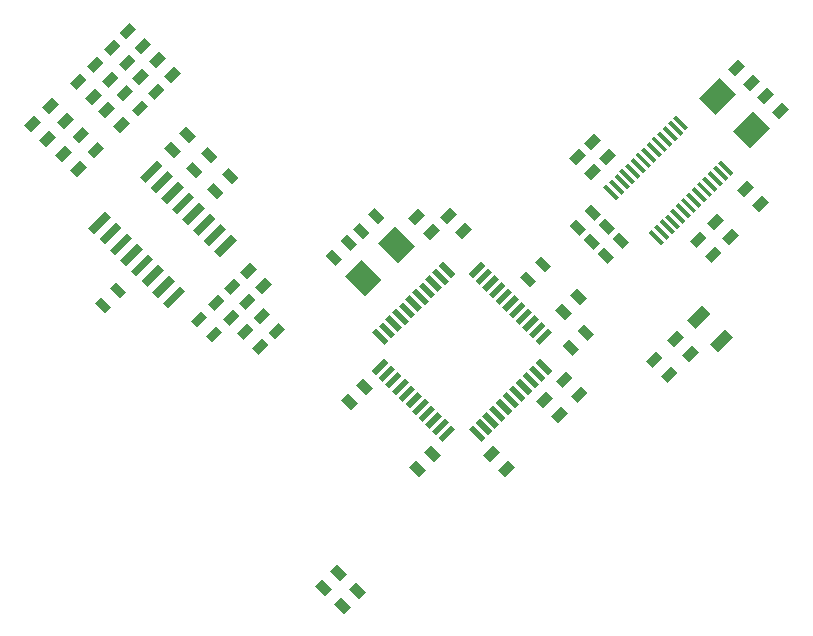
<source format=gtp>
G75*
%MOIN*%
%OFA0B0*%
%FSLAX25Y25*%
%IPPOS*%
%LPD*%
%AMOC8*
5,1,8,0,0,1.08239X$1,22.5*
%
%ADD10R,0.03150X0.04724*%
%ADD11R,0.05906X0.01969*%
%ADD12R,0.01969X0.05906*%
%ADD13R,0.01378X0.05906*%
%ADD14R,0.07874X0.09449*%
%ADD15R,0.02600X0.08000*%
%ADD16R,0.03937X0.07087*%
D10*
G36*
X0156124Y0059796D02*
X0158351Y0062023D01*
X0161690Y0058684D01*
X0159463Y0056457D01*
X0156124Y0059796D01*
G37*
G36*
X0161135Y0064807D02*
X0163362Y0067034D01*
X0166701Y0063695D01*
X0164474Y0061468D01*
X0161135Y0064807D01*
G37*
G36*
X0167460Y0058941D02*
X0169687Y0061168D01*
X0173026Y0057829D01*
X0170799Y0055602D01*
X0167460Y0058941D01*
G37*
G36*
X0162449Y0053930D02*
X0164676Y0056157D01*
X0168015Y0052818D01*
X0165788Y0050591D01*
X0162449Y0053930D01*
G37*
G36*
X0193069Y0098431D02*
X0190842Y0096204D01*
X0187503Y0099543D01*
X0189730Y0101770D01*
X0193069Y0098431D01*
G37*
G36*
X0198080Y0103442D02*
X0195853Y0101215D01*
X0192514Y0104554D01*
X0194741Y0106781D01*
X0198080Y0103442D01*
G37*
G36*
X0214337Y0101215D02*
X0212110Y0103442D01*
X0215449Y0106781D01*
X0217676Y0104554D01*
X0214337Y0101215D01*
G37*
G36*
X0219348Y0096204D02*
X0217121Y0098431D01*
X0220460Y0101770D01*
X0222687Y0099543D01*
X0219348Y0096204D01*
G37*
G36*
X0236986Y0114235D02*
X0234759Y0116462D01*
X0238098Y0119801D01*
X0240325Y0117574D01*
X0236986Y0114235D01*
G37*
G36*
X0231975Y0119246D02*
X0229748Y0121473D01*
X0233087Y0124812D01*
X0235314Y0122585D01*
X0231975Y0119246D01*
G37*
G36*
X0238549Y0125821D02*
X0236322Y0128048D01*
X0239661Y0131387D01*
X0241888Y0129160D01*
X0238549Y0125821D01*
G37*
G36*
X0243560Y0120810D02*
X0241333Y0123037D01*
X0244672Y0126376D01*
X0246899Y0124149D01*
X0243560Y0120810D01*
G37*
G36*
X0238685Y0139897D02*
X0240912Y0142124D01*
X0244251Y0138785D01*
X0242024Y0136558D01*
X0238685Y0139897D01*
G37*
G36*
X0243696Y0144908D02*
X0245923Y0147135D01*
X0249262Y0143796D01*
X0247035Y0141569D01*
X0243696Y0144908D01*
G37*
G36*
X0241613Y0150793D02*
X0239386Y0148566D01*
X0236047Y0151905D01*
X0238274Y0154132D01*
X0241613Y0150793D01*
G37*
G36*
X0246624Y0155804D02*
X0244397Y0153577D01*
X0241058Y0156916D01*
X0243285Y0159143D01*
X0246624Y0155804D01*
G37*
G36*
X0234931Y0166591D02*
X0232704Y0164364D01*
X0229365Y0167703D01*
X0231592Y0169930D01*
X0234931Y0166591D01*
G37*
G36*
X0229920Y0161580D02*
X0227693Y0159353D01*
X0224354Y0162692D01*
X0226581Y0164919D01*
X0229920Y0161580D01*
G37*
G36*
X0245646Y0175165D02*
X0247873Y0177392D01*
X0251212Y0174053D01*
X0248985Y0171826D01*
X0245646Y0175165D01*
G37*
G36*
X0246556Y0178706D02*
X0244329Y0176479D01*
X0240990Y0179818D01*
X0243217Y0182045D01*
X0246556Y0178706D01*
G37*
G36*
X0250657Y0180176D02*
X0252884Y0182403D01*
X0256223Y0179064D01*
X0253996Y0176837D01*
X0250657Y0180176D01*
G37*
G36*
X0255326Y0175601D02*
X0257553Y0177828D01*
X0260892Y0174489D01*
X0258665Y0172262D01*
X0255326Y0175601D01*
G37*
G36*
X0250315Y0170590D02*
X0252542Y0172817D01*
X0255881Y0169478D01*
X0253654Y0167251D01*
X0250315Y0170590D01*
G37*
G36*
X0251567Y0183717D02*
X0249340Y0181490D01*
X0246001Y0184829D01*
X0248228Y0187056D01*
X0251567Y0183717D01*
G37*
G36*
X0249157Y0200844D02*
X0251384Y0198617D01*
X0248045Y0195278D01*
X0245818Y0197505D01*
X0249157Y0200844D01*
G37*
G36*
X0254136Y0205890D02*
X0256363Y0203663D01*
X0253024Y0200324D01*
X0250797Y0202551D01*
X0254136Y0205890D01*
G37*
G36*
X0249125Y0210901D02*
X0251352Y0208674D01*
X0248013Y0205335D01*
X0245786Y0207562D01*
X0249125Y0210901D01*
G37*
G36*
X0244146Y0205855D02*
X0246373Y0203628D01*
X0243034Y0200289D01*
X0240807Y0202516D01*
X0244146Y0205855D01*
G37*
G36*
X0204978Y0175652D02*
X0202751Y0177879D01*
X0206090Y0181218D01*
X0208317Y0178991D01*
X0204978Y0175652D01*
G37*
G36*
X0199967Y0180663D02*
X0197740Y0182890D01*
X0201079Y0186229D01*
X0203306Y0184002D01*
X0199967Y0180663D01*
G37*
G36*
X0195499Y0180707D02*
X0197726Y0178480D01*
X0194387Y0175141D01*
X0192160Y0177368D01*
X0195499Y0180707D01*
G37*
G36*
X0190488Y0185718D02*
X0192715Y0183491D01*
X0189376Y0180152D01*
X0187149Y0182379D01*
X0190488Y0185718D01*
G37*
G36*
X0173735Y0183766D02*
X0175962Y0185993D01*
X0179301Y0182654D01*
X0177074Y0180427D01*
X0173735Y0183766D01*
G37*
G36*
X0168724Y0178755D02*
X0170951Y0180982D01*
X0174290Y0177643D01*
X0172063Y0175416D01*
X0168724Y0178755D01*
G37*
G36*
X0170175Y0173828D02*
X0167948Y0171601D01*
X0164609Y0174940D01*
X0166836Y0177167D01*
X0170175Y0173828D01*
G37*
G36*
X0165164Y0168817D02*
X0162937Y0166590D01*
X0159598Y0169929D01*
X0161825Y0172156D01*
X0165164Y0168817D01*
G37*
G36*
X0138291Y0157293D02*
X0136064Y0159520D01*
X0139403Y0162859D01*
X0141630Y0160632D01*
X0138291Y0157293D01*
G37*
G36*
X0132898Y0151933D02*
X0130671Y0154160D01*
X0134010Y0157499D01*
X0136237Y0155272D01*
X0132898Y0151933D01*
G37*
G36*
X0127518Y0146641D02*
X0125291Y0148868D01*
X0128630Y0152207D01*
X0130857Y0149980D01*
X0127518Y0146641D01*
G37*
G36*
X0132256Y0141915D02*
X0130029Y0144142D01*
X0133368Y0147481D01*
X0135595Y0145254D01*
X0132256Y0141915D01*
G37*
G36*
X0137267Y0136904D02*
X0135040Y0139131D01*
X0138379Y0142470D01*
X0140606Y0140243D01*
X0137267Y0136904D01*
G37*
G36*
X0142754Y0142090D02*
X0140527Y0144317D01*
X0143866Y0147656D01*
X0146093Y0145429D01*
X0142754Y0142090D01*
G37*
G36*
X0137743Y0147101D02*
X0135516Y0149328D01*
X0138855Y0152667D01*
X0141082Y0150440D01*
X0137743Y0147101D01*
G37*
G36*
X0121890Y0141047D02*
X0119663Y0143274D01*
X0123002Y0146613D01*
X0125229Y0144386D01*
X0121890Y0141047D01*
G37*
G36*
X0116879Y0146058D02*
X0114652Y0148285D01*
X0117991Y0151624D01*
X0120218Y0149397D01*
X0116879Y0146058D01*
G37*
G36*
X0122507Y0151652D02*
X0120280Y0153879D01*
X0123619Y0157218D01*
X0125846Y0154991D01*
X0122507Y0151652D01*
G37*
G36*
X0127887Y0156944D02*
X0125660Y0159171D01*
X0128999Y0162510D01*
X0131226Y0160283D01*
X0127887Y0156944D01*
G37*
G36*
X0133280Y0162304D02*
X0131053Y0164531D01*
X0134392Y0167870D01*
X0136619Y0165643D01*
X0133280Y0162304D01*
G37*
G36*
X0125796Y0190968D02*
X0123569Y0188741D01*
X0120230Y0192080D01*
X0122457Y0194307D01*
X0125796Y0190968D01*
G37*
G36*
X0130807Y0195979D02*
X0128580Y0193752D01*
X0125241Y0197091D01*
X0127468Y0199318D01*
X0130807Y0195979D01*
G37*
G36*
X0123734Y0202945D02*
X0121507Y0200718D01*
X0118168Y0204057D01*
X0120395Y0206284D01*
X0123734Y0202945D01*
G37*
G36*
X0118723Y0197934D02*
X0116496Y0195707D01*
X0113157Y0199046D01*
X0115384Y0201273D01*
X0118723Y0197934D01*
G37*
G36*
X0111416Y0204821D02*
X0109189Y0202594D01*
X0105850Y0205933D01*
X0108077Y0208160D01*
X0111416Y0204821D01*
G37*
G36*
X0116427Y0209832D02*
X0114200Y0207605D01*
X0110861Y0210944D01*
X0113088Y0213171D01*
X0116427Y0209832D01*
G37*
G36*
X0098279Y0221994D02*
X0100506Y0219767D01*
X0097167Y0216428D01*
X0094940Y0218655D01*
X0098279Y0221994D01*
G37*
G36*
X0102496Y0221948D02*
X0100269Y0224175D01*
X0103608Y0227514D01*
X0105835Y0225287D01*
X0102496Y0221948D01*
G37*
G36*
X0097485Y0226959D02*
X0095258Y0229186D01*
X0098597Y0232525D01*
X0100824Y0230298D01*
X0097485Y0226959D01*
G37*
G36*
X0093268Y0227005D02*
X0095495Y0224778D01*
X0092156Y0221439D01*
X0089929Y0223666D01*
X0093268Y0227005D01*
G37*
G36*
X0088332Y0231470D02*
X0090559Y0229243D01*
X0087220Y0225904D01*
X0084993Y0228131D01*
X0088332Y0231470D01*
G37*
G36*
X0083321Y0236481D02*
X0085548Y0234254D01*
X0082209Y0230915D01*
X0079982Y0233142D01*
X0083321Y0236481D01*
G37*
G36*
X0087834Y0236630D02*
X0085607Y0238857D01*
X0088946Y0242196D01*
X0091173Y0239969D01*
X0087834Y0236630D01*
G37*
G36*
X0092845Y0231619D02*
X0090618Y0233846D01*
X0093957Y0237185D01*
X0096184Y0234958D01*
X0092845Y0231619D01*
G37*
G36*
X0104060Y0238066D02*
X0106287Y0235839D01*
X0102948Y0232500D01*
X0100721Y0234727D01*
X0104060Y0238066D01*
G37*
G36*
X0097981Y0237100D02*
X0095754Y0239327D01*
X0099093Y0242666D01*
X0101320Y0240439D01*
X0097981Y0237100D01*
G37*
G36*
X0109071Y0233055D02*
X0111298Y0230828D01*
X0107959Y0227489D01*
X0105732Y0229716D01*
X0109071Y0233055D01*
G37*
G36*
X0092970Y0242111D02*
X0090743Y0244338D01*
X0094082Y0247677D01*
X0096309Y0245450D01*
X0092970Y0242111D01*
G37*
G36*
X0077709Y0230755D02*
X0079936Y0228528D01*
X0076597Y0225189D01*
X0074370Y0227416D01*
X0077709Y0230755D01*
G37*
G36*
X0082720Y0225744D02*
X0084947Y0223517D01*
X0081608Y0220178D01*
X0079381Y0222405D01*
X0082720Y0225744D01*
G37*
G36*
X0086105Y0215838D02*
X0083878Y0218065D01*
X0087217Y0221404D01*
X0089444Y0219177D01*
X0086105Y0215838D01*
G37*
G36*
X0091116Y0210827D02*
X0088889Y0213054D01*
X0092228Y0216393D01*
X0094455Y0214166D01*
X0091116Y0210827D01*
G37*
G36*
X0083395Y0207920D02*
X0085622Y0205693D01*
X0082283Y0202354D01*
X0080056Y0204581D01*
X0083395Y0207920D01*
G37*
G36*
X0078384Y0212931D02*
X0080611Y0210704D01*
X0077272Y0207365D01*
X0075045Y0209592D01*
X0078384Y0212931D01*
G37*
G36*
X0072314Y0212130D02*
X0070087Y0214357D01*
X0073426Y0217696D01*
X0075653Y0215469D01*
X0072314Y0212130D01*
G37*
G36*
X0066369Y0206245D02*
X0064142Y0208472D01*
X0067481Y0211811D01*
X0069708Y0209584D01*
X0066369Y0206245D01*
G37*
G36*
X0072776Y0206840D02*
X0075003Y0204613D01*
X0071664Y0201274D01*
X0069437Y0203501D01*
X0072776Y0206840D01*
G37*
G36*
X0077787Y0201829D02*
X0080014Y0199602D01*
X0076675Y0196263D01*
X0074448Y0198490D01*
X0077787Y0201829D01*
G37*
G36*
X0061358Y0211256D02*
X0059131Y0213483D01*
X0062470Y0216822D01*
X0064697Y0214595D01*
X0061358Y0211256D01*
G37*
G36*
X0067303Y0217141D02*
X0065076Y0219368D01*
X0068415Y0222707D01*
X0070642Y0220480D01*
X0067303Y0217141D01*
G37*
G36*
X0087691Y0159068D02*
X0089918Y0161295D01*
X0093257Y0157956D01*
X0091030Y0155729D01*
X0087691Y0159068D01*
G37*
G36*
X0082680Y0154057D02*
X0084907Y0156284D01*
X0088246Y0152945D01*
X0086019Y0150718D01*
X0082680Y0154057D01*
G37*
G36*
X0164748Y0121905D02*
X0166975Y0124132D01*
X0170314Y0120793D01*
X0168087Y0118566D01*
X0164748Y0121905D01*
G37*
G36*
X0169759Y0126916D02*
X0171986Y0129143D01*
X0175325Y0125804D01*
X0173098Y0123577D01*
X0169759Y0126916D01*
G37*
G36*
X0268533Y0132484D02*
X0266306Y0134711D01*
X0269645Y0138050D01*
X0271872Y0135823D01*
X0268533Y0132484D01*
G37*
G36*
X0273544Y0127473D02*
X0271317Y0129700D01*
X0274656Y0133039D01*
X0276883Y0130812D01*
X0273544Y0127473D01*
G37*
G36*
X0280619Y0134584D02*
X0278392Y0136811D01*
X0281731Y0140150D01*
X0283958Y0137923D01*
X0280619Y0134584D01*
G37*
G36*
X0275608Y0139595D02*
X0273381Y0141822D01*
X0276720Y0145161D01*
X0278947Y0142934D01*
X0275608Y0139595D01*
G37*
G36*
X0288262Y0167476D02*
X0286035Y0169703D01*
X0289374Y0173042D01*
X0291601Y0170815D01*
X0288262Y0167476D01*
G37*
G36*
X0283251Y0172487D02*
X0281024Y0174714D01*
X0284363Y0178053D01*
X0286590Y0175826D01*
X0283251Y0172487D01*
G37*
G36*
X0289049Y0178667D02*
X0286822Y0180894D01*
X0290161Y0184233D01*
X0292388Y0182006D01*
X0289049Y0178667D01*
G37*
G36*
X0294060Y0173656D02*
X0291833Y0175883D01*
X0295172Y0179222D01*
X0297399Y0176995D01*
X0294060Y0173656D01*
G37*
G36*
X0304145Y0184636D02*
X0301918Y0186863D01*
X0305257Y0190202D01*
X0307484Y0187975D01*
X0304145Y0184636D01*
G37*
G36*
X0299134Y0189647D02*
X0296907Y0191874D01*
X0300246Y0195213D01*
X0302473Y0192986D01*
X0299134Y0189647D01*
G37*
G36*
X0311838Y0221061D02*
X0314065Y0218834D01*
X0310726Y0215495D01*
X0308499Y0217722D01*
X0311838Y0221061D01*
G37*
G36*
X0306827Y0226072D02*
X0309054Y0223845D01*
X0305715Y0220506D01*
X0303488Y0222733D01*
X0306827Y0226072D01*
G37*
G36*
X0301119Y0224826D02*
X0298892Y0227053D01*
X0302231Y0230392D01*
X0304458Y0228165D01*
X0301119Y0224826D01*
G37*
G36*
X0296108Y0229837D02*
X0293881Y0232064D01*
X0297220Y0235403D01*
X0299447Y0233176D01*
X0296108Y0229837D01*
G37*
D11*
G36*
X0209602Y0161620D02*
X0213777Y0165795D01*
X0215168Y0164404D01*
X0210993Y0160229D01*
X0209602Y0161620D01*
G37*
G36*
X0207374Y0163847D02*
X0211549Y0168022D01*
X0212940Y0166631D01*
X0208765Y0162456D01*
X0207374Y0163847D01*
G37*
G36*
X0211829Y0159392D02*
X0216004Y0163567D01*
X0217395Y0162176D01*
X0213220Y0158001D01*
X0211829Y0159392D01*
G37*
G36*
X0214056Y0157165D02*
X0218231Y0161340D01*
X0219622Y0159949D01*
X0215447Y0155774D01*
X0214056Y0157165D01*
G37*
G36*
X0216283Y0154938D02*
X0220458Y0159113D01*
X0221849Y0157722D01*
X0217674Y0153547D01*
X0216283Y0154938D01*
G37*
G36*
X0218510Y0152711D02*
X0222685Y0156886D01*
X0224076Y0155495D01*
X0219901Y0151320D01*
X0218510Y0152711D01*
G37*
G36*
X0220737Y0150484D02*
X0224912Y0154659D01*
X0226303Y0153268D01*
X0222128Y0149093D01*
X0220737Y0150484D01*
G37*
G36*
X0222964Y0148257D02*
X0227139Y0152432D01*
X0228530Y0151041D01*
X0224355Y0146866D01*
X0222964Y0148257D01*
G37*
G36*
X0225191Y0146030D02*
X0229366Y0150205D01*
X0230757Y0148814D01*
X0226582Y0144639D01*
X0225191Y0146030D01*
G37*
G36*
X0227418Y0143803D02*
X0231593Y0147978D01*
X0232984Y0146587D01*
X0228809Y0142412D01*
X0227418Y0143803D01*
G37*
G36*
X0229645Y0141576D02*
X0233820Y0145751D01*
X0235211Y0144360D01*
X0231036Y0140185D01*
X0229645Y0141576D01*
G37*
G36*
X0192898Y0113737D02*
X0197073Y0117912D01*
X0198464Y0116521D01*
X0194289Y0112346D01*
X0192898Y0113737D01*
G37*
G36*
X0190671Y0115964D02*
X0194846Y0120139D01*
X0196237Y0118748D01*
X0192062Y0114573D01*
X0190671Y0115964D01*
G37*
G36*
X0188444Y0118191D02*
X0192619Y0122366D01*
X0194010Y0120975D01*
X0189835Y0116800D01*
X0188444Y0118191D01*
G37*
G36*
X0186217Y0120418D02*
X0190392Y0124593D01*
X0191783Y0123202D01*
X0187608Y0119027D01*
X0186217Y0120418D01*
G37*
G36*
X0183990Y0122645D02*
X0188165Y0126820D01*
X0189556Y0125429D01*
X0185381Y0121254D01*
X0183990Y0122645D01*
G37*
G36*
X0181763Y0124872D02*
X0185938Y0129047D01*
X0187329Y0127656D01*
X0183154Y0123481D01*
X0181763Y0124872D01*
G37*
G36*
X0179536Y0127099D02*
X0183711Y0131274D01*
X0185102Y0129883D01*
X0180927Y0125708D01*
X0179536Y0127099D01*
G37*
G36*
X0177308Y0129326D02*
X0181483Y0133501D01*
X0182874Y0132110D01*
X0178699Y0127935D01*
X0177308Y0129326D01*
G37*
G36*
X0175081Y0131554D02*
X0179256Y0135729D01*
X0180647Y0134338D01*
X0176472Y0130163D01*
X0175081Y0131554D01*
G37*
G36*
X0195125Y0111510D02*
X0199300Y0115685D01*
X0200691Y0114294D01*
X0196516Y0110119D01*
X0195125Y0111510D01*
G37*
G36*
X0197352Y0109283D02*
X0201527Y0113458D01*
X0202918Y0112067D01*
X0198743Y0107892D01*
X0197352Y0109283D01*
G37*
D12*
G36*
X0207374Y0112067D02*
X0208765Y0113458D01*
X0212940Y0109283D01*
X0211549Y0107892D01*
X0207374Y0112067D01*
G37*
G36*
X0209602Y0114294D02*
X0210993Y0115685D01*
X0215168Y0111510D01*
X0213777Y0110119D01*
X0209602Y0114294D01*
G37*
G36*
X0211829Y0116521D02*
X0213220Y0117912D01*
X0217395Y0113737D01*
X0216004Y0112346D01*
X0211829Y0116521D01*
G37*
G36*
X0214056Y0118748D02*
X0215447Y0120139D01*
X0219622Y0115964D01*
X0218231Y0114573D01*
X0214056Y0118748D01*
G37*
G36*
X0216283Y0120975D02*
X0217674Y0122366D01*
X0221849Y0118191D01*
X0220458Y0116800D01*
X0216283Y0120975D01*
G37*
G36*
X0218510Y0123202D02*
X0219901Y0124593D01*
X0224076Y0120418D01*
X0222685Y0119027D01*
X0218510Y0123202D01*
G37*
G36*
X0220737Y0125429D02*
X0222128Y0126820D01*
X0226303Y0122645D01*
X0224912Y0121254D01*
X0220737Y0125429D01*
G37*
G36*
X0222964Y0127656D02*
X0224355Y0129047D01*
X0228530Y0124872D01*
X0227139Y0123481D01*
X0222964Y0127656D01*
G37*
G36*
X0225191Y0129883D02*
X0226582Y0131274D01*
X0230757Y0127099D01*
X0229366Y0125708D01*
X0225191Y0129883D01*
G37*
G36*
X0227418Y0132110D02*
X0228809Y0133501D01*
X0232984Y0129326D01*
X0231593Y0127935D01*
X0227418Y0132110D01*
G37*
G36*
X0229645Y0134338D02*
X0231036Y0135729D01*
X0235211Y0131554D01*
X0233820Y0130163D01*
X0229645Y0134338D01*
G37*
G36*
X0192898Y0162176D02*
X0194289Y0163567D01*
X0198464Y0159392D01*
X0197073Y0158001D01*
X0192898Y0162176D01*
G37*
G36*
X0190671Y0159949D02*
X0192062Y0161340D01*
X0196237Y0157165D01*
X0194846Y0155774D01*
X0190671Y0159949D01*
G37*
G36*
X0188444Y0157722D02*
X0189835Y0159113D01*
X0194010Y0154938D01*
X0192619Y0153547D01*
X0188444Y0157722D01*
G37*
G36*
X0186217Y0155495D02*
X0187608Y0156886D01*
X0191783Y0152711D01*
X0190392Y0151320D01*
X0186217Y0155495D01*
G37*
G36*
X0183990Y0153268D02*
X0185381Y0154659D01*
X0189556Y0150484D01*
X0188165Y0149093D01*
X0183990Y0153268D01*
G37*
G36*
X0181763Y0151041D02*
X0183154Y0152432D01*
X0187329Y0148257D01*
X0185938Y0146866D01*
X0181763Y0151041D01*
G37*
G36*
X0179536Y0148814D02*
X0180927Y0150205D01*
X0185102Y0146030D01*
X0183711Y0144639D01*
X0179536Y0148814D01*
G37*
G36*
X0177308Y0146587D02*
X0178699Y0147978D01*
X0182874Y0143803D01*
X0181483Y0142412D01*
X0177308Y0146587D01*
G37*
G36*
X0175081Y0144360D02*
X0176472Y0145751D01*
X0180647Y0141576D01*
X0179256Y0140185D01*
X0175081Y0144360D01*
G37*
G36*
X0195125Y0164404D02*
X0196516Y0165795D01*
X0200691Y0161620D01*
X0199300Y0160229D01*
X0195125Y0164404D01*
G37*
G36*
X0197352Y0166631D02*
X0198743Y0168022D01*
X0202918Y0163847D01*
X0201527Y0162456D01*
X0197352Y0166631D01*
G37*
D13*
G36*
X0252254Y0192697D02*
X0253229Y0193672D01*
X0257404Y0189497D01*
X0256429Y0188522D01*
X0252254Y0192697D01*
G37*
G36*
X0254035Y0194479D02*
X0255010Y0195454D01*
X0259185Y0191279D01*
X0258210Y0190304D01*
X0254035Y0194479D01*
G37*
G36*
X0255817Y0196260D02*
X0256792Y0197235D01*
X0260967Y0193060D01*
X0259992Y0192085D01*
X0255817Y0196260D01*
G37*
G36*
X0257599Y0198042D02*
X0258574Y0199017D01*
X0262749Y0194842D01*
X0261774Y0193867D01*
X0257599Y0198042D01*
G37*
G36*
X0259380Y0199824D02*
X0260355Y0200799D01*
X0264530Y0196624D01*
X0263555Y0195649D01*
X0259380Y0199824D01*
G37*
G36*
X0261162Y0201605D02*
X0262137Y0202580D01*
X0266312Y0198405D01*
X0265337Y0197430D01*
X0261162Y0201605D01*
G37*
G36*
X0262944Y0203387D02*
X0263919Y0204362D01*
X0268094Y0200187D01*
X0267119Y0199212D01*
X0262944Y0203387D01*
G37*
G36*
X0264725Y0205169D02*
X0265700Y0206144D01*
X0269875Y0201969D01*
X0268900Y0200994D01*
X0264725Y0205169D01*
G37*
G36*
X0266507Y0206950D02*
X0267482Y0207925D01*
X0271657Y0203750D01*
X0270682Y0202775D01*
X0266507Y0206950D01*
G37*
G36*
X0268289Y0208732D02*
X0269264Y0209707D01*
X0273439Y0205532D01*
X0272464Y0204557D01*
X0268289Y0208732D01*
G37*
G36*
X0270070Y0210514D02*
X0271045Y0211489D01*
X0275220Y0207314D01*
X0274245Y0206339D01*
X0270070Y0210514D01*
G37*
G36*
X0271852Y0212295D02*
X0272827Y0213270D01*
X0277002Y0209095D01*
X0276027Y0208120D01*
X0271852Y0212295D01*
G37*
G36*
X0273634Y0214077D02*
X0274609Y0215052D01*
X0278784Y0210877D01*
X0277809Y0209902D01*
X0273634Y0214077D01*
G37*
G36*
X0275415Y0215859D02*
X0276390Y0216834D01*
X0280565Y0212659D01*
X0279590Y0211684D01*
X0275415Y0215859D01*
G37*
G36*
X0290448Y0200826D02*
X0291423Y0201801D01*
X0295598Y0197626D01*
X0294623Y0196651D01*
X0290448Y0200826D01*
G37*
G36*
X0288667Y0199044D02*
X0289642Y0200019D01*
X0293817Y0195844D01*
X0292842Y0194869D01*
X0288667Y0199044D01*
G37*
G36*
X0286885Y0197262D02*
X0287860Y0198237D01*
X0292035Y0194062D01*
X0291060Y0193087D01*
X0286885Y0197262D01*
G37*
G36*
X0285103Y0195481D02*
X0286078Y0196456D01*
X0290253Y0192281D01*
X0289278Y0191306D01*
X0285103Y0195481D01*
G37*
G36*
X0283322Y0193699D02*
X0284297Y0194674D01*
X0288472Y0190499D01*
X0287497Y0189524D01*
X0283322Y0193699D01*
G37*
G36*
X0281540Y0191917D02*
X0282515Y0192892D01*
X0286690Y0188717D01*
X0285715Y0187742D01*
X0281540Y0191917D01*
G37*
G36*
X0279703Y0190080D02*
X0280678Y0191055D01*
X0284853Y0186880D01*
X0283878Y0185905D01*
X0279703Y0190080D01*
G37*
G36*
X0277977Y0188354D02*
X0278952Y0189329D01*
X0283127Y0185154D01*
X0282152Y0184179D01*
X0277977Y0188354D01*
G37*
G36*
X0276195Y0186572D02*
X0277170Y0187547D01*
X0281345Y0183372D01*
X0280370Y0182397D01*
X0276195Y0186572D01*
G37*
G36*
X0274413Y0184791D02*
X0275388Y0185766D01*
X0279563Y0181591D01*
X0278588Y0180616D01*
X0274413Y0184791D01*
G37*
G36*
X0272632Y0183009D02*
X0273607Y0183984D01*
X0277782Y0179809D01*
X0276807Y0178834D01*
X0272632Y0183009D01*
G37*
G36*
X0270850Y0181227D02*
X0271825Y0182202D01*
X0276000Y0178027D01*
X0275025Y0177052D01*
X0270850Y0181227D01*
G37*
G36*
X0269068Y0179446D02*
X0270043Y0180421D01*
X0274218Y0176246D01*
X0273243Y0175271D01*
X0269068Y0179446D01*
G37*
G36*
X0267286Y0177664D02*
X0268261Y0178639D01*
X0272436Y0174464D01*
X0271461Y0173489D01*
X0267286Y0177664D01*
G37*
D14*
G36*
X0300961Y0205871D02*
X0295393Y0211439D01*
X0302073Y0218119D01*
X0307641Y0212551D01*
X0300961Y0205871D01*
G37*
G36*
X0290938Y0229255D02*
X0296506Y0223687D01*
X0289826Y0217007D01*
X0284258Y0222575D01*
X0290938Y0229255D01*
G37*
G36*
X0189437Y0173071D02*
X0183869Y0167503D01*
X0177189Y0174183D01*
X0182757Y0179751D01*
X0189437Y0173071D01*
G37*
G36*
X0166053Y0163047D02*
X0171621Y0168615D01*
X0178301Y0161935D01*
X0172733Y0156367D01*
X0166053Y0163047D01*
G37*
D15*
G36*
X0128117Y0177075D02*
X0129955Y0175237D01*
X0124299Y0169581D01*
X0122461Y0171419D01*
X0128117Y0177075D01*
G37*
G36*
X0124581Y0180611D02*
X0126419Y0178773D01*
X0120763Y0173117D01*
X0118925Y0174955D01*
X0124581Y0180611D01*
G37*
G36*
X0121046Y0184146D02*
X0122884Y0182308D01*
X0117228Y0176652D01*
X0115390Y0178490D01*
X0121046Y0184146D01*
G37*
G36*
X0117510Y0187682D02*
X0119348Y0185844D01*
X0113692Y0180188D01*
X0111854Y0182026D01*
X0117510Y0187682D01*
G37*
G36*
X0113975Y0191217D02*
X0115813Y0189379D01*
X0110157Y0183723D01*
X0108319Y0185561D01*
X0113975Y0191217D01*
G37*
G36*
X0110439Y0194753D02*
X0112277Y0192915D01*
X0106621Y0187259D01*
X0104783Y0189097D01*
X0110439Y0194753D01*
G37*
G36*
X0106904Y0198288D02*
X0108742Y0196450D01*
X0103086Y0190794D01*
X0101248Y0192632D01*
X0106904Y0198288D01*
G37*
G36*
X0103368Y0201824D02*
X0105206Y0199986D01*
X0099550Y0194330D01*
X0097712Y0196168D01*
X0103368Y0201824D01*
G37*
G36*
X0086256Y0184712D02*
X0088094Y0182874D01*
X0082438Y0177218D01*
X0080600Y0179056D01*
X0086256Y0184712D01*
G37*
G36*
X0089792Y0181176D02*
X0091630Y0179338D01*
X0085974Y0173682D01*
X0084136Y0175520D01*
X0089792Y0181176D01*
G37*
G36*
X0093327Y0177641D02*
X0095165Y0175803D01*
X0089509Y0170147D01*
X0087671Y0171985D01*
X0093327Y0177641D01*
G37*
G36*
X0096863Y0174105D02*
X0098701Y0172267D01*
X0093045Y0166611D01*
X0091207Y0168449D01*
X0096863Y0174105D01*
G37*
G36*
X0100398Y0170570D02*
X0102236Y0168732D01*
X0096580Y0163076D01*
X0094742Y0164914D01*
X0100398Y0170570D01*
G37*
G36*
X0103934Y0167034D02*
X0105772Y0165196D01*
X0100116Y0159540D01*
X0098278Y0161378D01*
X0103934Y0167034D01*
G37*
G36*
X0107470Y0163499D02*
X0109308Y0161661D01*
X0103652Y0156005D01*
X0101814Y0157843D01*
X0107470Y0163499D01*
G37*
G36*
X0111005Y0159963D02*
X0112843Y0158125D01*
X0107187Y0152469D01*
X0105349Y0154307D01*
X0111005Y0159963D01*
G37*
D16*
G36*
X0282774Y0145612D02*
X0279991Y0148395D01*
X0285000Y0153404D01*
X0287783Y0150621D01*
X0282774Y0145612D01*
G37*
G36*
X0290569Y0137817D02*
X0287786Y0140600D01*
X0292795Y0145609D01*
X0295578Y0142826D01*
X0290569Y0137817D01*
G37*
M02*

</source>
